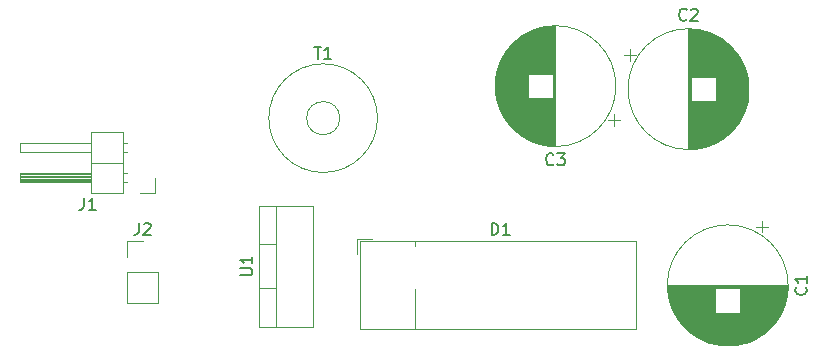
<source format=gbr>
%TF.GenerationSoftware,KiCad,Pcbnew,(5.1.9)-1*%
%TF.CreationDate,2021-03-20T21:52:51+03:00*%
%TF.ProjectId,Canl_Yay_n,43616e6c-3159-4617-9931-6e2e6b696361,rev?*%
%TF.SameCoordinates,Original*%
%TF.FileFunction,Legend,Top*%
%TF.FilePolarity,Positive*%
%FSLAX46Y46*%
G04 Gerber Fmt 4.6, Leading zero omitted, Abs format (unit mm)*
G04 Created by KiCad (PCBNEW (5.1.9)-1) date 2021-03-20 21:52:51*
%MOMM*%
%LPD*%
G01*
G04 APERTURE LIST*
%ADD10C,0.120000*%
%ADD11C,0.150000*%
G04 APERTURE END LIST*
D10*
%TO.C,C1*%
X81480000Y-37418354D02*
X80480000Y-37418354D01*
X80980000Y-36918354D02*
X80980000Y-37918354D01*
X78704000Y-47479000D02*
X77506000Y-47479000D01*
X78967000Y-47439000D02*
X77243000Y-47439000D01*
X79167000Y-47399000D02*
X77043000Y-47399000D01*
X79335000Y-47359000D02*
X76875000Y-47359000D01*
X79483000Y-47319000D02*
X76727000Y-47319000D01*
X79615000Y-47279000D02*
X76595000Y-47279000D01*
X79735000Y-47239000D02*
X76475000Y-47239000D01*
X79847000Y-47199000D02*
X76363000Y-47199000D01*
X79951000Y-47159000D02*
X76259000Y-47159000D01*
X80049000Y-47119000D02*
X76161000Y-47119000D01*
X80142000Y-47079000D02*
X76068000Y-47079000D01*
X80230000Y-47039000D02*
X75980000Y-47039000D01*
X80314000Y-46999000D02*
X75896000Y-46999000D01*
X80394000Y-46959000D02*
X75816000Y-46959000D01*
X80470000Y-46919000D02*
X75740000Y-46919000D01*
X80544000Y-46879000D02*
X75666000Y-46879000D01*
X80615000Y-46839000D02*
X75595000Y-46839000D01*
X80684000Y-46799000D02*
X75526000Y-46799000D01*
X80750000Y-46759000D02*
X75460000Y-46759000D01*
X80814000Y-46719000D02*
X75396000Y-46719000D01*
X80875000Y-46679000D02*
X75335000Y-46679000D01*
X80935000Y-46639000D02*
X75275000Y-46639000D01*
X80994000Y-46599000D02*
X75216000Y-46599000D01*
X81050000Y-46559000D02*
X75160000Y-46559000D01*
X81105000Y-46519000D02*
X75105000Y-46519000D01*
X81159000Y-46479000D02*
X75051000Y-46479000D01*
X81211000Y-46439000D02*
X74999000Y-46439000D01*
X81261000Y-46399000D02*
X74949000Y-46399000D01*
X81311000Y-46359000D02*
X74899000Y-46359000D01*
X81359000Y-46319000D02*
X74851000Y-46319000D01*
X81406000Y-46279000D02*
X74804000Y-46279000D01*
X81452000Y-46239000D02*
X74758000Y-46239000D01*
X81497000Y-46199000D02*
X74713000Y-46199000D01*
X81541000Y-46159000D02*
X74669000Y-46159000D01*
X81583000Y-46119000D02*
X74627000Y-46119000D01*
X81625000Y-46079000D02*
X74585000Y-46079000D01*
X81666000Y-46039000D02*
X74544000Y-46039000D01*
X81706000Y-45999000D02*
X74504000Y-45999000D01*
X81745000Y-45959000D02*
X74465000Y-45959000D01*
X81784000Y-45919000D02*
X74426000Y-45919000D01*
X81821000Y-45879000D02*
X74389000Y-45879000D01*
X81858000Y-45839000D02*
X74352000Y-45839000D01*
X81894000Y-45799000D02*
X74316000Y-45799000D01*
X81929000Y-45759000D02*
X74281000Y-45759000D01*
X81963000Y-45719000D02*
X74247000Y-45719000D01*
X81997000Y-45679000D02*
X74213000Y-45679000D01*
X82030000Y-45639000D02*
X74180000Y-45639000D01*
X82062000Y-45599000D02*
X74148000Y-45599000D01*
X82094000Y-45559000D02*
X74116000Y-45559000D01*
X82125000Y-45519000D02*
X74085000Y-45519000D01*
X82155000Y-45479000D02*
X74055000Y-45479000D01*
X82185000Y-45439000D02*
X74025000Y-45439000D01*
X82215000Y-45399000D02*
X73995000Y-45399000D01*
X82243000Y-45359000D02*
X73967000Y-45359000D01*
X82271000Y-45319000D02*
X73939000Y-45319000D01*
X82299000Y-45279000D02*
X73911000Y-45279000D01*
X82326000Y-45239000D02*
X73884000Y-45239000D01*
X82352000Y-45199000D02*
X73858000Y-45199000D01*
X82378000Y-45159000D02*
X73832000Y-45159000D01*
X82403000Y-45119000D02*
X73807000Y-45119000D01*
X82428000Y-45079000D02*
X73782000Y-45079000D01*
X82452000Y-45039000D02*
X73758000Y-45039000D01*
X82476000Y-44999000D02*
X73734000Y-44999000D01*
X82500000Y-44959000D02*
X73710000Y-44959000D01*
X82522000Y-44919000D02*
X73688000Y-44919000D01*
X82545000Y-44879000D02*
X73665000Y-44879000D01*
X82567000Y-44839000D02*
X73643000Y-44839000D01*
X82588000Y-44799000D02*
X73622000Y-44799000D01*
X82609000Y-44759000D02*
X73601000Y-44759000D01*
X82630000Y-44719000D02*
X73580000Y-44719000D01*
X77065000Y-44679000D02*
X73560000Y-44679000D01*
X82650000Y-44679000D02*
X79145000Y-44679000D01*
X77065000Y-44639000D02*
X73541000Y-44639000D01*
X82669000Y-44639000D02*
X79145000Y-44639000D01*
X77065000Y-44599000D02*
X73521000Y-44599000D01*
X82689000Y-44599000D02*
X79145000Y-44599000D01*
X77065000Y-44559000D02*
X73502000Y-44559000D01*
X82708000Y-44559000D02*
X79145000Y-44559000D01*
X77065000Y-44519000D02*
X73484000Y-44519000D01*
X82726000Y-44519000D02*
X79145000Y-44519000D01*
X77065000Y-44479000D02*
X73466000Y-44479000D01*
X82744000Y-44479000D02*
X79145000Y-44479000D01*
X77065000Y-44439000D02*
X73448000Y-44439000D01*
X82762000Y-44439000D02*
X79145000Y-44439000D01*
X77065000Y-44399000D02*
X73431000Y-44399000D01*
X82779000Y-44399000D02*
X79145000Y-44399000D01*
X77065000Y-44359000D02*
X73415000Y-44359000D01*
X82795000Y-44359000D02*
X79145000Y-44359000D01*
X77065000Y-44319000D02*
X73398000Y-44319000D01*
X82812000Y-44319000D02*
X79145000Y-44319000D01*
X77065000Y-44279000D02*
X73382000Y-44279000D01*
X82828000Y-44279000D02*
X79145000Y-44279000D01*
X77065000Y-44239000D02*
X73367000Y-44239000D01*
X82843000Y-44239000D02*
X79145000Y-44239000D01*
X77065000Y-44199000D02*
X73351000Y-44199000D01*
X82859000Y-44199000D02*
X79145000Y-44199000D01*
X77065000Y-44159000D02*
X73337000Y-44159000D01*
X82873000Y-44159000D02*
X79145000Y-44159000D01*
X77065000Y-44119000D02*
X73322000Y-44119000D01*
X82888000Y-44119000D02*
X79145000Y-44119000D01*
X77065000Y-44079000D02*
X73308000Y-44079000D01*
X82902000Y-44079000D02*
X79145000Y-44079000D01*
X77065000Y-44039000D02*
X73294000Y-44039000D01*
X82916000Y-44039000D02*
X79145000Y-44039000D01*
X77065000Y-43999000D02*
X73281000Y-43999000D01*
X82929000Y-43999000D02*
X79145000Y-43999000D01*
X77065000Y-43959000D02*
X73268000Y-43959000D01*
X82942000Y-43959000D02*
X79145000Y-43959000D01*
X77065000Y-43919000D02*
X73255000Y-43919000D01*
X82955000Y-43919000D02*
X79145000Y-43919000D01*
X77065000Y-43879000D02*
X73243000Y-43879000D01*
X82967000Y-43879000D02*
X79145000Y-43879000D01*
X77065000Y-43839000D02*
X73231000Y-43839000D01*
X82979000Y-43839000D02*
X79145000Y-43839000D01*
X77065000Y-43799000D02*
X73220000Y-43799000D01*
X82990000Y-43799000D02*
X79145000Y-43799000D01*
X77065000Y-43759000D02*
X73208000Y-43759000D01*
X83002000Y-43759000D02*
X79145000Y-43759000D01*
X77065000Y-43719000D02*
X73198000Y-43719000D01*
X83012000Y-43719000D02*
X79145000Y-43719000D01*
X77065000Y-43679000D02*
X73187000Y-43679000D01*
X83023000Y-43679000D02*
X79145000Y-43679000D01*
X77065000Y-43639000D02*
X73177000Y-43639000D01*
X83033000Y-43639000D02*
X79145000Y-43639000D01*
X77065000Y-43599000D02*
X73167000Y-43599000D01*
X83043000Y-43599000D02*
X79145000Y-43599000D01*
X77065000Y-43559000D02*
X73158000Y-43559000D01*
X83052000Y-43559000D02*
X79145000Y-43559000D01*
X77065000Y-43519000D02*
X73149000Y-43519000D01*
X83061000Y-43519000D02*
X79145000Y-43519000D01*
X77065000Y-43479000D02*
X73140000Y-43479000D01*
X83070000Y-43479000D02*
X79145000Y-43479000D01*
X77065000Y-43439000D02*
X73131000Y-43439000D01*
X83079000Y-43439000D02*
X79145000Y-43439000D01*
X77065000Y-43399000D02*
X73123000Y-43399000D01*
X83087000Y-43399000D02*
X79145000Y-43399000D01*
X77065000Y-43359000D02*
X73115000Y-43359000D01*
X83095000Y-43359000D02*
X79145000Y-43359000D01*
X77065000Y-43319000D02*
X73108000Y-43319000D01*
X83102000Y-43319000D02*
X79145000Y-43319000D01*
X77065000Y-43279000D02*
X73101000Y-43279000D01*
X83109000Y-43279000D02*
X79145000Y-43279000D01*
X77065000Y-43239000D02*
X73094000Y-43239000D01*
X83116000Y-43239000D02*
X79145000Y-43239000D01*
X77065000Y-43199000D02*
X73087000Y-43199000D01*
X83123000Y-43199000D02*
X79145000Y-43199000D01*
X77065000Y-43159000D02*
X73081000Y-43159000D01*
X83129000Y-43159000D02*
X79145000Y-43159000D01*
X77065000Y-43119000D02*
X73075000Y-43119000D01*
X83135000Y-43119000D02*
X79145000Y-43119000D01*
X77065000Y-43078000D02*
X73070000Y-43078000D01*
X83140000Y-43078000D02*
X79145000Y-43078000D01*
X77065000Y-43038000D02*
X73065000Y-43038000D01*
X83145000Y-43038000D02*
X79145000Y-43038000D01*
X77065000Y-42998000D02*
X73060000Y-42998000D01*
X83150000Y-42998000D02*
X79145000Y-42998000D01*
X77065000Y-42958000D02*
X73055000Y-42958000D01*
X83155000Y-42958000D02*
X79145000Y-42958000D01*
X77065000Y-42918000D02*
X73051000Y-42918000D01*
X83159000Y-42918000D02*
X79145000Y-42918000D01*
X77065000Y-42878000D02*
X73047000Y-42878000D01*
X83163000Y-42878000D02*
X79145000Y-42878000D01*
X77065000Y-42838000D02*
X73043000Y-42838000D01*
X83167000Y-42838000D02*
X79145000Y-42838000D01*
X77065000Y-42798000D02*
X73040000Y-42798000D01*
X83170000Y-42798000D02*
X79145000Y-42798000D01*
X77065000Y-42758000D02*
X73037000Y-42758000D01*
X83173000Y-42758000D02*
X79145000Y-42758000D01*
X77065000Y-42718000D02*
X73035000Y-42718000D01*
X83175000Y-42718000D02*
X79145000Y-42718000D01*
X77065000Y-42678000D02*
X73032000Y-42678000D01*
X83178000Y-42678000D02*
X79145000Y-42678000D01*
X77065000Y-42638000D02*
X73030000Y-42638000D01*
X83180000Y-42638000D02*
X79145000Y-42638000D01*
X83182000Y-42598000D02*
X73028000Y-42598000D01*
X83183000Y-42558000D02*
X73027000Y-42558000D01*
X83184000Y-42518000D02*
X73026000Y-42518000D01*
X83185000Y-42478000D02*
X73025000Y-42478000D01*
X83185000Y-42438000D02*
X73025000Y-42438000D01*
X83185000Y-42398000D02*
X73025000Y-42398000D01*
X83225000Y-42398000D02*
G75*
G03*
X83225000Y-42398000I-5120000J0D01*
G01*
%TO.C,C2*%
X69803354Y-22406000D02*
X69803354Y-23406000D01*
X69303354Y-22906000D02*
X70303354Y-22906000D01*
X79864000Y-25182000D02*
X79864000Y-26380000D01*
X79824000Y-24919000D02*
X79824000Y-26643000D01*
X79784000Y-24719000D02*
X79784000Y-26843000D01*
X79744000Y-24551000D02*
X79744000Y-27011000D01*
X79704000Y-24403000D02*
X79704000Y-27159000D01*
X79664000Y-24271000D02*
X79664000Y-27291000D01*
X79624000Y-24151000D02*
X79624000Y-27411000D01*
X79584000Y-24039000D02*
X79584000Y-27523000D01*
X79544000Y-23935000D02*
X79544000Y-27627000D01*
X79504000Y-23837000D02*
X79504000Y-27725000D01*
X79464000Y-23744000D02*
X79464000Y-27818000D01*
X79424000Y-23656000D02*
X79424000Y-27906000D01*
X79384000Y-23572000D02*
X79384000Y-27990000D01*
X79344000Y-23492000D02*
X79344000Y-28070000D01*
X79304000Y-23416000D02*
X79304000Y-28146000D01*
X79264000Y-23342000D02*
X79264000Y-28220000D01*
X79224000Y-23271000D02*
X79224000Y-28291000D01*
X79184000Y-23202000D02*
X79184000Y-28360000D01*
X79144000Y-23136000D02*
X79144000Y-28426000D01*
X79104000Y-23072000D02*
X79104000Y-28490000D01*
X79064000Y-23011000D02*
X79064000Y-28551000D01*
X79024000Y-22951000D02*
X79024000Y-28611000D01*
X78984000Y-22892000D02*
X78984000Y-28670000D01*
X78944000Y-22836000D02*
X78944000Y-28726000D01*
X78904000Y-22781000D02*
X78904000Y-28781000D01*
X78864000Y-22727000D02*
X78864000Y-28835000D01*
X78824000Y-22675000D02*
X78824000Y-28887000D01*
X78784000Y-22625000D02*
X78784000Y-28937000D01*
X78744000Y-22575000D02*
X78744000Y-28987000D01*
X78704000Y-22527000D02*
X78704000Y-29035000D01*
X78664000Y-22480000D02*
X78664000Y-29082000D01*
X78624000Y-22434000D02*
X78624000Y-29128000D01*
X78584000Y-22389000D02*
X78584000Y-29173000D01*
X78544000Y-22345000D02*
X78544000Y-29217000D01*
X78504000Y-22303000D02*
X78504000Y-29259000D01*
X78464000Y-22261000D02*
X78464000Y-29301000D01*
X78424000Y-22220000D02*
X78424000Y-29342000D01*
X78384000Y-22180000D02*
X78384000Y-29382000D01*
X78344000Y-22141000D02*
X78344000Y-29421000D01*
X78304000Y-22102000D02*
X78304000Y-29460000D01*
X78264000Y-22065000D02*
X78264000Y-29497000D01*
X78224000Y-22028000D02*
X78224000Y-29534000D01*
X78184000Y-21992000D02*
X78184000Y-29570000D01*
X78144000Y-21957000D02*
X78144000Y-29605000D01*
X78104000Y-21923000D02*
X78104000Y-29639000D01*
X78064000Y-21889000D02*
X78064000Y-29673000D01*
X78024000Y-21856000D02*
X78024000Y-29706000D01*
X77984000Y-21824000D02*
X77984000Y-29738000D01*
X77944000Y-21792000D02*
X77944000Y-29770000D01*
X77904000Y-21761000D02*
X77904000Y-29801000D01*
X77864000Y-21731000D02*
X77864000Y-29831000D01*
X77824000Y-21701000D02*
X77824000Y-29861000D01*
X77784000Y-21671000D02*
X77784000Y-29891000D01*
X77744000Y-21643000D02*
X77744000Y-29919000D01*
X77704000Y-21615000D02*
X77704000Y-29947000D01*
X77664000Y-21587000D02*
X77664000Y-29975000D01*
X77624000Y-21560000D02*
X77624000Y-30002000D01*
X77584000Y-21534000D02*
X77584000Y-30028000D01*
X77544000Y-21508000D02*
X77544000Y-30054000D01*
X77504000Y-21483000D02*
X77504000Y-30079000D01*
X77464000Y-21458000D02*
X77464000Y-30104000D01*
X77424000Y-21434000D02*
X77424000Y-30128000D01*
X77384000Y-21410000D02*
X77384000Y-30152000D01*
X77344000Y-21386000D02*
X77344000Y-30176000D01*
X77304000Y-21364000D02*
X77304000Y-30198000D01*
X77264000Y-21341000D02*
X77264000Y-30221000D01*
X77224000Y-21319000D02*
X77224000Y-30243000D01*
X77184000Y-21298000D02*
X77184000Y-30264000D01*
X77144000Y-21277000D02*
X77144000Y-30285000D01*
X77104000Y-21256000D02*
X77104000Y-30306000D01*
X77064000Y-26821000D02*
X77064000Y-30326000D01*
X77064000Y-21236000D02*
X77064000Y-24741000D01*
X77024000Y-26821000D02*
X77024000Y-30345000D01*
X77024000Y-21217000D02*
X77024000Y-24741000D01*
X76984000Y-26821000D02*
X76984000Y-30365000D01*
X76984000Y-21197000D02*
X76984000Y-24741000D01*
X76944000Y-26821000D02*
X76944000Y-30384000D01*
X76944000Y-21178000D02*
X76944000Y-24741000D01*
X76904000Y-26821000D02*
X76904000Y-30402000D01*
X76904000Y-21160000D02*
X76904000Y-24741000D01*
X76864000Y-26821000D02*
X76864000Y-30420000D01*
X76864000Y-21142000D02*
X76864000Y-24741000D01*
X76824000Y-26821000D02*
X76824000Y-30438000D01*
X76824000Y-21124000D02*
X76824000Y-24741000D01*
X76784000Y-26821000D02*
X76784000Y-30455000D01*
X76784000Y-21107000D02*
X76784000Y-24741000D01*
X76744000Y-26821000D02*
X76744000Y-30471000D01*
X76744000Y-21091000D02*
X76744000Y-24741000D01*
X76704000Y-26821000D02*
X76704000Y-30488000D01*
X76704000Y-21074000D02*
X76704000Y-24741000D01*
X76664000Y-26821000D02*
X76664000Y-30504000D01*
X76664000Y-21058000D02*
X76664000Y-24741000D01*
X76624000Y-26821000D02*
X76624000Y-30519000D01*
X76624000Y-21043000D02*
X76624000Y-24741000D01*
X76584000Y-26821000D02*
X76584000Y-30535000D01*
X76584000Y-21027000D02*
X76584000Y-24741000D01*
X76544000Y-26821000D02*
X76544000Y-30549000D01*
X76544000Y-21013000D02*
X76544000Y-24741000D01*
X76504000Y-26821000D02*
X76504000Y-30564000D01*
X76504000Y-20998000D02*
X76504000Y-24741000D01*
X76464000Y-26821000D02*
X76464000Y-30578000D01*
X76464000Y-20984000D02*
X76464000Y-24741000D01*
X76424000Y-26821000D02*
X76424000Y-30592000D01*
X76424000Y-20970000D02*
X76424000Y-24741000D01*
X76384000Y-26821000D02*
X76384000Y-30605000D01*
X76384000Y-20957000D02*
X76384000Y-24741000D01*
X76344000Y-26821000D02*
X76344000Y-30618000D01*
X76344000Y-20944000D02*
X76344000Y-24741000D01*
X76304000Y-26821000D02*
X76304000Y-30631000D01*
X76304000Y-20931000D02*
X76304000Y-24741000D01*
X76264000Y-26821000D02*
X76264000Y-30643000D01*
X76264000Y-20919000D02*
X76264000Y-24741000D01*
X76224000Y-26821000D02*
X76224000Y-30655000D01*
X76224000Y-20907000D02*
X76224000Y-24741000D01*
X76184000Y-26821000D02*
X76184000Y-30666000D01*
X76184000Y-20896000D02*
X76184000Y-24741000D01*
X76144000Y-26821000D02*
X76144000Y-30678000D01*
X76144000Y-20884000D02*
X76144000Y-24741000D01*
X76104000Y-26821000D02*
X76104000Y-30688000D01*
X76104000Y-20874000D02*
X76104000Y-24741000D01*
X76064000Y-26821000D02*
X76064000Y-30699000D01*
X76064000Y-20863000D02*
X76064000Y-24741000D01*
X76024000Y-26821000D02*
X76024000Y-30709000D01*
X76024000Y-20853000D02*
X76024000Y-24741000D01*
X75984000Y-26821000D02*
X75984000Y-30719000D01*
X75984000Y-20843000D02*
X75984000Y-24741000D01*
X75944000Y-26821000D02*
X75944000Y-30728000D01*
X75944000Y-20834000D02*
X75944000Y-24741000D01*
X75904000Y-26821000D02*
X75904000Y-30737000D01*
X75904000Y-20825000D02*
X75904000Y-24741000D01*
X75864000Y-26821000D02*
X75864000Y-30746000D01*
X75864000Y-20816000D02*
X75864000Y-24741000D01*
X75824000Y-26821000D02*
X75824000Y-30755000D01*
X75824000Y-20807000D02*
X75824000Y-24741000D01*
X75784000Y-26821000D02*
X75784000Y-30763000D01*
X75784000Y-20799000D02*
X75784000Y-24741000D01*
X75744000Y-26821000D02*
X75744000Y-30771000D01*
X75744000Y-20791000D02*
X75744000Y-24741000D01*
X75704000Y-26821000D02*
X75704000Y-30778000D01*
X75704000Y-20784000D02*
X75704000Y-24741000D01*
X75664000Y-26821000D02*
X75664000Y-30785000D01*
X75664000Y-20777000D02*
X75664000Y-24741000D01*
X75624000Y-26821000D02*
X75624000Y-30792000D01*
X75624000Y-20770000D02*
X75624000Y-24741000D01*
X75584000Y-26821000D02*
X75584000Y-30799000D01*
X75584000Y-20763000D02*
X75584000Y-24741000D01*
X75544000Y-26821000D02*
X75544000Y-30805000D01*
X75544000Y-20757000D02*
X75544000Y-24741000D01*
X75504000Y-26821000D02*
X75504000Y-30811000D01*
X75504000Y-20751000D02*
X75504000Y-24741000D01*
X75463000Y-26821000D02*
X75463000Y-30816000D01*
X75463000Y-20746000D02*
X75463000Y-24741000D01*
X75423000Y-26821000D02*
X75423000Y-30821000D01*
X75423000Y-20741000D02*
X75423000Y-24741000D01*
X75383000Y-26821000D02*
X75383000Y-30826000D01*
X75383000Y-20736000D02*
X75383000Y-24741000D01*
X75343000Y-26821000D02*
X75343000Y-30831000D01*
X75343000Y-20731000D02*
X75343000Y-24741000D01*
X75303000Y-26821000D02*
X75303000Y-30835000D01*
X75303000Y-20727000D02*
X75303000Y-24741000D01*
X75263000Y-26821000D02*
X75263000Y-30839000D01*
X75263000Y-20723000D02*
X75263000Y-24741000D01*
X75223000Y-26821000D02*
X75223000Y-30843000D01*
X75223000Y-20719000D02*
X75223000Y-24741000D01*
X75183000Y-26821000D02*
X75183000Y-30846000D01*
X75183000Y-20716000D02*
X75183000Y-24741000D01*
X75143000Y-26821000D02*
X75143000Y-30849000D01*
X75143000Y-20713000D02*
X75143000Y-24741000D01*
X75103000Y-26821000D02*
X75103000Y-30851000D01*
X75103000Y-20711000D02*
X75103000Y-24741000D01*
X75063000Y-26821000D02*
X75063000Y-30854000D01*
X75063000Y-20708000D02*
X75063000Y-24741000D01*
X75023000Y-26821000D02*
X75023000Y-30856000D01*
X75023000Y-20706000D02*
X75023000Y-24741000D01*
X74983000Y-20704000D02*
X74983000Y-30858000D01*
X74943000Y-20703000D02*
X74943000Y-30859000D01*
X74903000Y-20702000D02*
X74903000Y-30860000D01*
X74863000Y-20701000D02*
X74863000Y-30861000D01*
X74823000Y-20701000D02*
X74823000Y-30861000D01*
X74783000Y-20701000D02*
X74783000Y-30861000D01*
X79903000Y-25781000D02*
G75*
G03*
X79903000Y-25781000I-5120000J0D01*
G01*
%TO.C,C3*%
X68640000Y-25527000D02*
G75*
G03*
X68640000Y-25527000I-5120000J0D01*
G01*
X63520000Y-30607000D02*
X63520000Y-20447000D01*
X63480000Y-30607000D02*
X63480000Y-20447000D01*
X63440000Y-30607000D02*
X63440000Y-20447000D01*
X63400000Y-30606000D02*
X63400000Y-20448000D01*
X63360000Y-30605000D02*
X63360000Y-20449000D01*
X63320000Y-30604000D02*
X63320000Y-20450000D01*
X63280000Y-30602000D02*
X63280000Y-26567000D01*
X63280000Y-24487000D02*
X63280000Y-20452000D01*
X63240000Y-30600000D02*
X63240000Y-26567000D01*
X63240000Y-24487000D02*
X63240000Y-20454000D01*
X63200000Y-30597000D02*
X63200000Y-26567000D01*
X63200000Y-24487000D02*
X63200000Y-20457000D01*
X63160000Y-30595000D02*
X63160000Y-26567000D01*
X63160000Y-24487000D02*
X63160000Y-20459000D01*
X63120000Y-30592000D02*
X63120000Y-26567000D01*
X63120000Y-24487000D02*
X63120000Y-20462000D01*
X63080000Y-30589000D02*
X63080000Y-26567000D01*
X63080000Y-24487000D02*
X63080000Y-20465000D01*
X63040000Y-30585000D02*
X63040000Y-26567000D01*
X63040000Y-24487000D02*
X63040000Y-20469000D01*
X63000000Y-30581000D02*
X63000000Y-26567000D01*
X63000000Y-24487000D02*
X63000000Y-20473000D01*
X62960000Y-30577000D02*
X62960000Y-26567000D01*
X62960000Y-24487000D02*
X62960000Y-20477000D01*
X62920000Y-30572000D02*
X62920000Y-26567000D01*
X62920000Y-24487000D02*
X62920000Y-20482000D01*
X62880000Y-30567000D02*
X62880000Y-26567000D01*
X62880000Y-24487000D02*
X62880000Y-20487000D01*
X62840000Y-30562000D02*
X62840000Y-26567000D01*
X62840000Y-24487000D02*
X62840000Y-20492000D01*
X62799000Y-30557000D02*
X62799000Y-26567000D01*
X62799000Y-24487000D02*
X62799000Y-20497000D01*
X62759000Y-30551000D02*
X62759000Y-26567000D01*
X62759000Y-24487000D02*
X62759000Y-20503000D01*
X62719000Y-30545000D02*
X62719000Y-26567000D01*
X62719000Y-24487000D02*
X62719000Y-20509000D01*
X62679000Y-30538000D02*
X62679000Y-26567000D01*
X62679000Y-24487000D02*
X62679000Y-20516000D01*
X62639000Y-30531000D02*
X62639000Y-26567000D01*
X62639000Y-24487000D02*
X62639000Y-20523000D01*
X62599000Y-30524000D02*
X62599000Y-26567000D01*
X62599000Y-24487000D02*
X62599000Y-20530000D01*
X62559000Y-30517000D02*
X62559000Y-26567000D01*
X62559000Y-24487000D02*
X62559000Y-20537000D01*
X62519000Y-30509000D02*
X62519000Y-26567000D01*
X62519000Y-24487000D02*
X62519000Y-20545000D01*
X62479000Y-30501000D02*
X62479000Y-26567000D01*
X62479000Y-24487000D02*
X62479000Y-20553000D01*
X62439000Y-30492000D02*
X62439000Y-26567000D01*
X62439000Y-24487000D02*
X62439000Y-20562000D01*
X62399000Y-30483000D02*
X62399000Y-26567000D01*
X62399000Y-24487000D02*
X62399000Y-20571000D01*
X62359000Y-30474000D02*
X62359000Y-26567000D01*
X62359000Y-24487000D02*
X62359000Y-20580000D01*
X62319000Y-30465000D02*
X62319000Y-26567000D01*
X62319000Y-24487000D02*
X62319000Y-20589000D01*
X62279000Y-30455000D02*
X62279000Y-26567000D01*
X62279000Y-24487000D02*
X62279000Y-20599000D01*
X62239000Y-30445000D02*
X62239000Y-26567000D01*
X62239000Y-24487000D02*
X62239000Y-20609000D01*
X62199000Y-30434000D02*
X62199000Y-26567000D01*
X62199000Y-24487000D02*
X62199000Y-20620000D01*
X62159000Y-30424000D02*
X62159000Y-26567000D01*
X62159000Y-24487000D02*
X62159000Y-20630000D01*
X62119000Y-30412000D02*
X62119000Y-26567000D01*
X62119000Y-24487000D02*
X62119000Y-20642000D01*
X62079000Y-30401000D02*
X62079000Y-26567000D01*
X62079000Y-24487000D02*
X62079000Y-20653000D01*
X62039000Y-30389000D02*
X62039000Y-26567000D01*
X62039000Y-24487000D02*
X62039000Y-20665000D01*
X61999000Y-30377000D02*
X61999000Y-26567000D01*
X61999000Y-24487000D02*
X61999000Y-20677000D01*
X61959000Y-30364000D02*
X61959000Y-26567000D01*
X61959000Y-24487000D02*
X61959000Y-20690000D01*
X61919000Y-30351000D02*
X61919000Y-26567000D01*
X61919000Y-24487000D02*
X61919000Y-20703000D01*
X61879000Y-30338000D02*
X61879000Y-26567000D01*
X61879000Y-24487000D02*
X61879000Y-20716000D01*
X61839000Y-30324000D02*
X61839000Y-26567000D01*
X61839000Y-24487000D02*
X61839000Y-20730000D01*
X61799000Y-30310000D02*
X61799000Y-26567000D01*
X61799000Y-24487000D02*
X61799000Y-20744000D01*
X61759000Y-30295000D02*
X61759000Y-26567000D01*
X61759000Y-24487000D02*
X61759000Y-20759000D01*
X61719000Y-30281000D02*
X61719000Y-26567000D01*
X61719000Y-24487000D02*
X61719000Y-20773000D01*
X61679000Y-30265000D02*
X61679000Y-26567000D01*
X61679000Y-24487000D02*
X61679000Y-20789000D01*
X61639000Y-30250000D02*
X61639000Y-26567000D01*
X61639000Y-24487000D02*
X61639000Y-20804000D01*
X61599000Y-30234000D02*
X61599000Y-26567000D01*
X61599000Y-24487000D02*
X61599000Y-20820000D01*
X61559000Y-30217000D02*
X61559000Y-26567000D01*
X61559000Y-24487000D02*
X61559000Y-20837000D01*
X61519000Y-30201000D02*
X61519000Y-26567000D01*
X61519000Y-24487000D02*
X61519000Y-20853000D01*
X61479000Y-30184000D02*
X61479000Y-26567000D01*
X61479000Y-24487000D02*
X61479000Y-20870000D01*
X61439000Y-30166000D02*
X61439000Y-26567000D01*
X61439000Y-24487000D02*
X61439000Y-20888000D01*
X61399000Y-30148000D02*
X61399000Y-26567000D01*
X61399000Y-24487000D02*
X61399000Y-20906000D01*
X61359000Y-30130000D02*
X61359000Y-26567000D01*
X61359000Y-24487000D02*
X61359000Y-20924000D01*
X61319000Y-30111000D02*
X61319000Y-26567000D01*
X61319000Y-24487000D02*
X61319000Y-20943000D01*
X61279000Y-30091000D02*
X61279000Y-26567000D01*
X61279000Y-24487000D02*
X61279000Y-20963000D01*
X61239000Y-30072000D02*
X61239000Y-26567000D01*
X61239000Y-24487000D02*
X61239000Y-20982000D01*
X61199000Y-30052000D02*
X61199000Y-21002000D01*
X61159000Y-30031000D02*
X61159000Y-21023000D01*
X61119000Y-30010000D02*
X61119000Y-21044000D01*
X61079000Y-29989000D02*
X61079000Y-21065000D01*
X61039000Y-29967000D02*
X61039000Y-21087000D01*
X60999000Y-29944000D02*
X60999000Y-21110000D01*
X60959000Y-29922000D02*
X60959000Y-21132000D01*
X60919000Y-29898000D02*
X60919000Y-21156000D01*
X60879000Y-29874000D02*
X60879000Y-21180000D01*
X60839000Y-29850000D02*
X60839000Y-21204000D01*
X60799000Y-29825000D02*
X60799000Y-21229000D01*
X60759000Y-29800000D02*
X60759000Y-21254000D01*
X60719000Y-29774000D02*
X60719000Y-21280000D01*
X60679000Y-29748000D02*
X60679000Y-21306000D01*
X60639000Y-29721000D02*
X60639000Y-21333000D01*
X60599000Y-29693000D02*
X60599000Y-21361000D01*
X60559000Y-29665000D02*
X60559000Y-21389000D01*
X60519000Y-29637000D02*
X60519000Y-21417000D01*
X60479000Y-29607000D02*
X60479000Y-21447000D01*
X60439000Y-29577000D02*
X60439000Y-21477000D01*
X60399000Y-29547000D02*
X60399000Y-21507000D01*
X60359000Y-29516000D02*
X60359000Y-21538000D01*
X60319000Y-29484000D02*
X60319000Y-21570000D01*
X60279000Y-29452000D02*
X60279000Y-21602000D01*
X60239000Y-29419000D02*
X60239000Y-21635000D01*
X60199000Y-29385000D02*
X60199000Y-21669000D01*
X60159000Y-29351000D02*
X60159000Y-21703000D01*
X60119000Y-29316000D02*
X60119000Y-21738000D01*
X60079000Y-29280000D02*
X60079000Y-21774000D01*
X60039000Y-29243000D02*
X60039000Y-21811000D01*
X59999000Y-29206000D02*
X59999000Y-21848000D01*
X59959000Y-29167000D02*
X59959000Y-21887000D01*
X59919000Y-29128000D02*
X59919000Y-21926000D01*
X59879000Y-29088000D02*
X59879000Y-21966000D01*
X59839000Y-29047000D02*
X59839000Y-22007000D01*
X59799000Y-29005000D02*
X59799000Y-22049000D01*
X59759000Y-28963000D02*
X59759000Y-22091000D01*
X59719000Y-28919000D02*
X59719000Y-22135000D01*
X59679000Y-28874000D02*
X59679000Y-22180000D01*
X59639000Y-28828000D02*
X59639000Y-22226000D01*
X59599000Y-28781000D02*
X59599000Y-22273000D01*
X59559000Y-28733000D02*
X59559000Y-22321000D01*
X59519000Y-28683000D02*
X59519000Y-22371000D01*
X59479000Y-28633000D02*
X59479000Y-22421000D01*
X59439000Y-28581000D02*
X59439000Y-22473000D01*
X59399000Y-28527000D02*
X59399000Y-22527000D01*
X59359000Y-28472000D02*
X59359000Y-22582000D01*
X59319000Y-28416000D02*
X59319000Y-22638000D01*
X59279000Y-28357000D02*
X59279000Y-22697000D01*
X59239000Y-28297000D02*
X59239000Y-22757000D01*
X59199000Y-28236000D02*
X59199000Y-22818000D01*
X59159000Y-28172000D02*
X59159000Y-22882000D01*
X59119000Y-28106000D02*
X59119000Y-22948000D01*
X59079000Y-28037000D02*
X59079000Y-23017000D01*
X59039000Y-27966000D02*
X59039000Y-23088000D01*
X58999000Y-27892000D02*
X58999000Y-23162000D01*
X58959000Y-27816000D02*
X58959000Y-23238000D01*
X58919000Y-27736000D02*
X58919000Y-23318000D01*
X58879000Y-27652000D02*
X58879000Y-23402000D01*
X58839000Y-27564000D02*
X58839000Y-23490000D01*
X58799000Y-27471000D02*
X58799000Y-23583000D01*
X58759000Y-27373000D02*
X58759000Y-23681000D01*
X58719000Y-27269000D02*
X58719000Y-23785000D01*
X58679000Y-27157000D02*
X58679000Y-23897000D01*
X58639000Y-27037000D02*
X58639000Y-24017000D01*
X58599000Y-26905000D02*
X58599000Y-24149000D01*
X58559000Y-26757000D02*
X58559000Y-24297000D01*
X58519000Y-26589000D02*
X58519000Y-24465000D01*
X58479000Y-26389000D02*
X58479000Y-24665000D01*
X58439000Y-26126000D02*
X58439000Y-24928000D01*
X68999646Y-28402000D02*
X67999646Y-28402000D01*
X68499646Y-28902000D02*
X68499646Y-27902000D01*
%TO.C,D1*%
X46954000Y-46067000D02*
X70354000Y-46067000D01*
X70354000Y-46067000D02*
X70354000Y-38667000D01*
X70354000Y-38667000D02*
X46954000Y-38667000D01*
X46954000Y-38667000D02*
X46954000Y-46067000D01*
X51654000Y-42667000D02*
X51654000Y-46067000D01*
X46754000Y-39767000D02*
X46754000Y-38467000D01*
X46754000Y-38467000D02*
X47954000Y-38467000D01*
X51654000Y-39067000D02*
X51654000Y-38667000D01*
%TO.C,J1*%
X29591000Y-34544000D02*
X28321000Y-34544000D01*
X29591000Y-33274000D02*
X29591000Y-34544000D01*
X27278071Y-30354000D02*
X26881000Y-30354000D01*
X27278071Y-31114000D02*
X26881000Y-31114000D01*
X18221000Y-30354000D02*
X24221000Y-30354000D01*
X18221000Y-31114000D02*
X18221000Y-30354000D01*
X24221000Y-31114000D02*
X18221000Y-31114000D01*
X26881000Y-32004000D02*
X24221000Y-32004000D01*
X27211000Y-32894000D02*
X26881000Y-32894000D01*
X27211000Y-33654000D02*
X26881000Y-33654000D01*
X24221000Y-32994000D02*
X18221000Y-32994000D01*
X24221000Y-33114000D02*
X18221000Y-33114000D01*
X24221000Y-33234000D02*
X18221000Y-33234000D01*
X24221000Y-33354000D02*
X18221000Y-33354000D01*
X24221000Y-33474000D02*
X18221000Y-33474000D01*
X24221000Y-33594000D02*
X18221000Y-33594000D01*
X18221000Y-32894000D02*
X24221000Y-32894000D01*
X18221000Y-33654000D02*
X18221000Y-32894000D01*
X24221000Y-33654000D02*
X18221000Y-33654000D01*
X24221000Y-34604000D02*
X26881000Y-34604000D01*
X24221000Y-29404000D02*
X24221000Y-34604000D01*
X26881000Y-29404000D02*
X24221000Y-29404000D01*
X26881000Y-34604000D02*
X26881000Y-29404000D01*
%TO.C,J2*%
X27245000Y-38675000D02*
X28575000Y-38675000D01*
X27245000Y-40005000D02*
X27245000Y-38675000D01*
X27245000Y-41275000D02*
X29905000Y-41275000D01*
X29905000Y-41275000D02*
X29905000Y-43875000D01*
X27245000Y-41275000D02*
X27245000Y-43875000D01*
X27245000Y-43875000D02*
X29905000Y-43875000D01*
%TO.C,T1*%
X48455087Y-28242000D02*
G75*
G03*
X48455087Y-28242000I-4601087J0D01*
G01*
X45257567Y-28242000D02*
G75*
G03*
X45257567Y-28242000I-1403567J0D01*
G01*
%TO.C,U1*%
X38386000Y-38916000D02*
X39896000Y-38916000D01*
X38386000Y-42617000D02*
X39896000Y-42617000D01*
X39896000Y-45887000D02*
X39896000Y-35647000D01*
X38386000Y-35647000D02*
X43027000Y-35647000D01*
X38386000Y-45887000D02*
X43027000Y-45887000D01*
X43027000Y-45887000D02*
X43027000Y-35647000D01*
X38386000Y-45887000D02*
X38386000Y-35647000D01*
%TO.C,C1*%
D11*
X84712142Y-42564666D02*
X84759761Y-42612285D01*
X84807380Y-42755142D01*
X84807380Y-42850380D01*
X84759761Y-42993238D01*
X84664523Y-43088476D01*
X84569285Y-43136095D01*
X84378809Y-43183714D01*
X84235952Y-43183714D01*
X84045476Y-43136095D01*
X83950238Y-43088476D01*
X83855000Y-42993238D01*
X83807380Y-42850380D01*
X83807380Y-42755142D01*
X83855000Y-42612285D01*
X83902619Y-42564666D01*
X84807380Y-41612285D02*
X84807380Y-42183714D01*
X84807380Y-41898000D02*
X83807380Y-41898000D01*
X83950238Y-41993238D01*
X84045476Y-42088476D01*
X84093095Y-42183714D01*
%TO.C,C2*%
X74616333Y-19888142D02*
X74568714Y-19935761D01*
X74425857Y-19983380D01*
X74330619Y-19983380D01*
X74187761Y-19935761D01*
X74092523Y-19840523D01*
X74044904Y-19745285D01*
X73997285Y-19554809D01*
X73997285Y-19411952D01*
X74044904Y-19221476D01*
X74092523Y-19126238D01*
X74187761Y-19031000D01*
X74330619Y-18983380D01*
X74425857Y-18983380D01*
X74568714Y-19031000D01*
X74616333Y-19078619D01*
X74997285Y-19078619D02*
X75044904Y-19031000D01*
X75140142Y-18983380D01*
X75378238Y-18983380D01*
X75473476Y-19031000D01*
X75521095Y-19078619D01*
X75568714Y-19173857D01*
X75568714Y-19269095D01*
X75521095Y-19411952D01*
X74949666Y-19983380D01*
X75568714Y-19983380D01*
%TO.C,C3*%
X63353333Y-32134142D02*
X63305714Y-32181761D01*
X63162857Y-32229380D01*
X63067619Y-32229380D01*
X62924761Y-32181761D01*
X62829523Y-32086523D01*
X62781904Y-31991285D01*
X62734285Y-31800809D01*
X62734285Y-31657952D01*
X62781904Y-31467476D01*
X62829523Y-31372238D01*
X62924761Y-31277000D01*
X63067619Y-31229380D01*
X63162857Y-31229380D01*
X63305714Y-31277000D01*
X63353333Y-31324619D01*
X63686666Y-31229380D02*
X64305714Y-31229380D01*
X63972380Y-31610333D01*
X64115238Y-31610333D01*
X64210476Y-31657952D01*
X64258095Y-31705571D01*
X64305714Y-31800809D01*
X64305714Y-32038904D01*
X64258095Y-32134142D01*
X64210476Y-32181761D01*
X64115238Y-32229380D01*
X63829523Y-32229380D01*
X63734285Y-32181761D01*
X63686666Y-32134142D01*
%TO.C,D1*%
X58115904Y-38119380D02*
X58115904Y-37119380D01*
X58354000Y-37119380D01*
X58496857Y-37167000D01*
X58592095Y-37262238D01*
X58639714Y-37357476D01*
X58687333Y-37547952D01*
X58687333Y-37690809D01*
X58639714Y-37881285D01*
X58592095Y-37976523D01*
X58496857Y-38071761D01*
X58354000Y-38119380D01*
X58115904Y-38119380D01*
X59639714Y-38119380D02*
X59068285Y-38119380D01*
X59354000Y-38119380D02*
X59354000Y-37119380D01*
X59258761Y-37262238D01*
X59163523Y-37357476D01*
X59068285Y-37405095D01*
%TO.C,J1*%
X23602666Y-34996380D02*
X23602666Y-35710666D01*
X23555047Y-35853523D01*
X23459809Y-35948761D01*
X23316952Y-35996380D01*
X23221714Y-35996380D01*
X24602666Y-35996380D02*
X24031238Y-35996380D01*
X24316952Y-35996380D02*
X24316952Y-34996380D01*
X24221714Y-35139238D01*
X24126476Y-35234476D01*
X24031238Y-35282095D01*
%TO.C,J2*%
X28241666Y-37127380D02*
X28241666Y-37841666D01*
X28194047Y-37984523D01*
X28098809Y-38079761D01*
X27955952Y-38127380D01*
X27860714Y-38127380D01*
X28670238Y-37222619D02*
X28717857Y-37175000D01*
X28813095Y-37127380D01*
X29051190Y-37127380D01*
X29146428Y-37175000D01*
X29194047Y-37222619D01*
X29241666Y-37317857D01*
X29241666Y-37413095D01*
X29194047Y-37555952D01*
X28622619Y-38127380D01*
X29241666Y-38127380D01*
%TO.C,T1*%
X43092095Y-22194380D02*
X43663523Y-22194380D01*
X43377809Y-23194380D02*
X43377809Y-22194380D01*
X44520666Y-23194380D02*
X43949238Y-23194380D01*
X44234952Y-23194380D02*
X44234952Y-22194380D01*
X44139714Y-22337238D01*
X44044476Y-22432476D01*
X43949238Y-22480095D01*
%TO.C,U1*%
X36838380Y-41528904D02*
X37647904Y-41528904D01*
X37743142Y-41481285D01*
X37790761Y-41433666D01*
X37838380Y-41338428D01*
X37838380Y-41147952D01*
X37790761Y-41052714D01*
X37743142Y-41005095D01*
X37647904Y-40957476D01*
X36838380Y-40957476D01*
X37838380Y-39957476D02*
X37838380Y-40528904D01*
X37838380Y-40243190D02*
X36838380Y-40243190D01*
X36981238Y-40338428D01*
X37076476Y-40433666D01*
X37124095Y-40528904D01*
%TD*%
M02*

</source>
